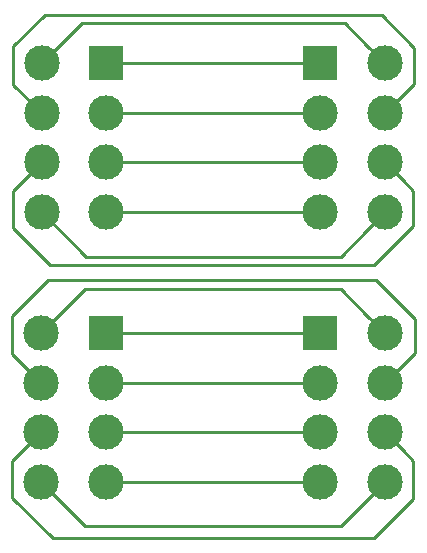
<source format=gbr>
G04 #@! TF.FileFunction,Copper,L1,Top,Signal*
%FSLAX46Y46*%
G04 Gerber Fmt 4.6, Leading zero omitted, Abs format (unit mm)*
G04 Created by KiCad (PCBNEW 4.0.4-stable) date 02/10/18 20:46:28*
%MOMM*%
%LPD*%
G01*
G04 APERTURE LIST*
%ADD10C,0.100000*%
%ADD11R,3.000000X3.000000*%
%ADD12C,3.000000*%
%ADD13C,0.250000*%
G04 APERTURE END LIST*
D10*
D11*
X112891000Y-66920000D03*
D12*
X112891000Y-71120000D03*
X112891000Y-75320000D03*
X112891000Y-79520000D03*
X107391000Y-66920000D03*
X107391000Y-71120000D03*
X107391000Y-75320000D03*
X107391000Y-79520000D03*
D11*
X130981000Y-89780000D03*
D12*
X130981000Y-93980000D03*
X130981000Y-98180000D03*
X130981000Y-102380000D03*
X136481000Y-89780000D03*
X136481000Y-93980000D03*
X136481000Y-98180000D03*
X136481000Y-102380000D03*
D11*
X130981000Y-66920000D03*
D12*
X130981000Y-71120000D03*
X130981000Y-75320000D03*
X130981000Y-79520000D03*
X136481000Y-66920000D03*
X136481000Y-71120000D03*
X136481000Y-75320000D03*
X136481000Y-79520000D03*
D11*
X112841000Y-89780000D03*
D12*
X112841000Y-93980000D03*
X112841000Y-98180000D03*
X112841000Y-102380000D03*
X107341000Y-89780000D03*
X107341000Y-93980000D03*
X107341000Y-98180000D03*
X107341000Y-102380000D03*
D13*
X112891000Y-66920000D02*
X114641000Y-66920000D01*
X114641000Y-66920000D02*
X130981000Y-66920000D01*
X112891000Y-71120000D02*
X130981000Y-71120000D01*
X112891000Y-75320000D02*
X130981000Y-75320000D01*
X112891000Y-79520000D02*
X130981000Y-79520000D01*
X107391000Y-66920000D02*
X110824255Y-63486745D01*
X110824255Y-63486745D02*
X133047745Y-63486745D01*
X133047745Y-63486745D02*
X134981001Y-65420001D01*
X134981001Y-65420001D02*
X136481000Y-66920000D01*
X107391000Y-71120000D02*
X105006000Y-68735000D01*
X105006000Y-68735000D02*
X105006000Y-65500000D01*
X107681000Y-62825000D02*
X136181000Y-62825000D01*
X138952376Y-68648624D02*
X137980999Y-69620001D01*
X105006000Y-65500000D02*
X107681000Y-62825000D01*
X137980999Y-69620001D02*
X136481000Y-71120000D01*
X136181000Y-62825000D02*
X138952376Y-65596376D01*
X138952376Y-65596376D02*
X138952376Y-68648624D01*
X107391000Y-75320000D02*
X104956000Y-77755000D01*
X135556000Y-84025000D02*
X138877279Y-80703721D01*
X104956000Y-77755000D02*
X104956000Y-80850000D01*
X104956000Y-80850000D02*
X108131000Y-84025000D01*
X108131000Y-84025000D02*
X135556000Y-84025000D01*
X138877279Y-77716279D02*
X137980999Y-76819999D01*
X138877279Y-80703721D02*
X138877279Y-77716279D01*
X137980999Y-76819999D02*
X136481000Y-75320000D01*
X107391000Y-79520000D02*
X111158268Y-83287268D01*
X111158268Y-83287268D02*
X132713732Y-83287268D01*
X132713732Y-83287268D02*
X134981001Y-81019999D01*
X134981001Y-81019999D02*
X136481000Y-79520000D01*
X112841000Y-89780000D02*
X130981000Y-89780000D01*
X112841000Y-93980000D02*
X130981000Y-93980000D01*
X112841000Y-98180000D02*
X130981000Y-98180000D01*
X112841000Y-102380000D02*
X130981000Y-102380000D01*
X107341000Y-89780000D02*
X111077061Y-86043939D01*
X111077061Y-86043939D02*
X132744939Y-86043939D01*
X132744939Y-86043939D02*
X134981001Y-88280001D01*
X134981001Y-88280001D02*
X136481000Y-89780000D01*
X107341000Y-93980000D02*
X104861093Y-91500093D01*
X104861093Y-91500093D02*
X104861093Y-88351402D01*
X104861093Y-88351402D02*
X107947954Y-85264541D01*
X107947954Y-85264541D02*
X135672233Y-85264541D01*
X135672233Y-85264541D02*
X139018754Y-88611062D01*
X139018754Y-88611062D02*
X139018754Y-91442246D01*
X139018754Y-91442246D02*
X136481000Y-93980000D01*
X107341000Y-98180000D02*
X104931000Y-100590000D01*
X135576042Y-107147428D02*
X138883922Y-103839548D01*
X104931000Y-100590000D02*
X104931000Y-103700000D01*
X104931000Y-103700000D02*
X108378428Y-107147428D01*
X108378428Y-107147428D02*
X135576042Y-107147428D01*
X138883922Y-103839548D02*
X138883922Y-100582922D01*
X138883922Y-100582922D02*
X137980999Y-99679999D01*
X137980999Y-99679999D02*
X136481000Y-98180000D01*
X107341000Y-102380000D02*
X111054468Y-106093468D01*
X111054468Y-106093468D02*
X132767532Y-106093468D01*
X132767532Y-106093468D02*
X134981001Y-103879999D01*
X134981001Y-103879999D02*
X136481000Y-102380000D01*
M02*

</source>
